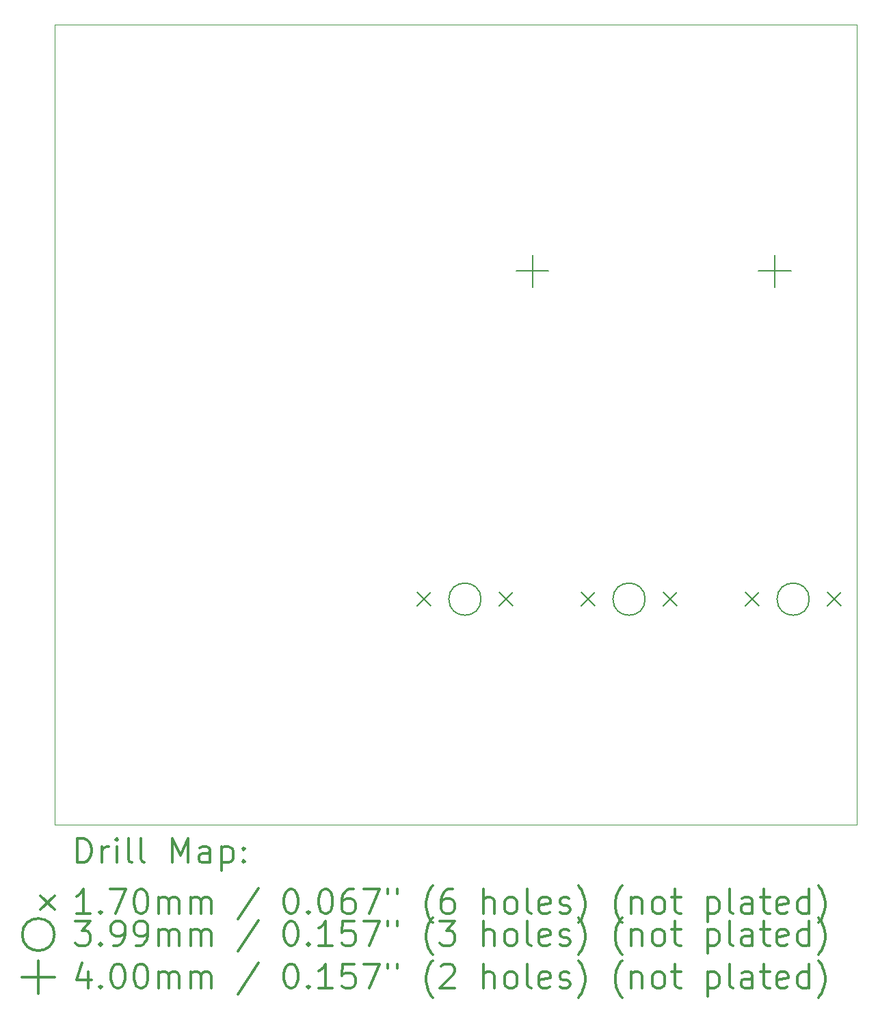
<source format=gbr>
%FSLAX45Y45*%
G04 Gerber Fmt 4.5, Leading zero omitted, Abs format (unit mm)*
G04 Created by KiCad (PCBNEW (5.1.0)-1) date 2019-08-13 11:23:55*
%MOMM*%
%LPD*%
G04 APERTURE LIST*
%ADD10C,0.050000*%
%ADD11C,0.200000*%
%ADD12C,0.300000*%
G04 APERTURE END LIST*
D10*
X9525000Y-5969000D02*
X19458000Y-5969000D01*
X9525000Y-15875000D02*
X9525000Y-5969000D01*
X19458000Y-15875000D02*
X19458000Y-5969000D01*
X9525000Y-15875000D02*
X19458000Y-15875000D01*
D11*
X18075910Y-12995910D02*
X18246090Y-13166090D01*
X18246090Y-12995910D02*
X18075910Y-13166090D01*
X19091910Y-12995910D02*
X19262090Y-13166090D01*
X19262090Y-12995910D02*
X19091910Y-13166090D01*
X14011910Y-12995910D02*
X14182090Y-13166090D01*
X14182090Y-12995910D02*
X14011910Y-13166090D01*
X15027910Y-12995910D02*
X15198090Y-13166090D01*
X15198090Y-12995910D02*
X15027910Y-13166090D01*
X16043910Y-12995910D02*
X16214090Y-13166090D01*
X16214090Y-12995910D02*
X16043910Y-13166090D01*
X17059910Y-12995910D02*
X17230090Y-13166090D01*
X17230090Y-12995910D02*
X17059910Y-13166090D01*
X18868390Y-13081000D02*
G75*
G03X18868390Y-13081000I-199390J0D01*
G01*
X14804390Y-13081000D02*
G75*
G03X14804390Y-13081000I-199390J0D01*
G01*
X16836390Y-13081000D02*
G75*
G03X16836390Y-13081000I-199390J0D01*
G01*
X15440400Y-8817000D02*
X15440400Y-9217000D01*
X15240400Y-9017000D02*
X15640400Y-9017000D01*
X18440400Y-8817000D02*
X18440400Y-9217000D01*
X18240400Y-9017000D02*
X18640400Y-9017000D01*
D12*
X9808928Y-16343214D02*
X9808928Y-16043214D01*
X9880357Y-16043214D01*
X9923214Y-16057500D01*
X9951786Y-16086071D01*
X9966071Y-16114643D01*
X9980357Y-16171786D01*
X9980357Y-16214643D01*
X9966071Y-16271786D01*
X9951786Y-16300357D01*
X9923214Y-16328929D01*
X9880357Y-16343214D01*
X9808928Y-16343214D01*
X10108928Y-16343214D02*
X10108928Y-16143214D01*
X10108928Y-16200357D02*
X10123214Y-16171786D01*
X10137500Y-16157500D01*
X10166071Y-16143214D01*
X10194643Y-16143214D01*
X10294643Y-16343214D02*
X10294643Y-16143214D01*
X10294643Y-16043214D02*
X10280357Y-16057500D01*
X10294643Y-16071786D01*
X10308928Y-16057500D01*
X10294643Y-16043214D01*
X10294643Y-16071786D01*
X10480357Y-16343214D02*
X10451786Y-16328929D01*
X10437500Y-16300357D01*
X10437500Y-16043214D01*
X10637500Y-16343214D02*
X10608928Y-16328929D01*
X10594643Y-16300357D01*
X10594643Y-16043214D01*
X10980357Y-16343214D02*
X10980357Y-16043214D01*
X11080357Y-16257500D01*
X11180357Y-16043214D01*
X11180357Y-16343214D01*
X11451786Y-16343214D02*
X11451786Y-16186071D01*
X11437500Y-16157500D01*
X11408928Y-16143214D01*
X11351786Y-16143214D01*
X11323214Y-16157500D01*
X11451786Y-16328929D02*
X11423214Y-16343214D01*
X11351786Y-16343214D01*
X11323214Y-16328929D01*
X11308928Y-16300357D01*
X11308928Y-16271786D01*
X11323214Y-16243214D01*
X11351786Y-16228929D01*
X11423214Y-16228929D01*
X11451786Y-16214643D01*
X11594643Y-16143214D02*
X11594643Y-16443214D01*
X11594643Y-16157500D02*
X11623214Y-16143214D01*
X11680357Y-16143214D01*
X11708928Y-16157500D01*
X11723214Y-16171786D01*
X11737500Y-16200357D01*
X11737500Y-16286071D01*
X11723214Y-16314643D01*
X11708928Y-16328929D01*
X11680357Y-16343214D01*
X11623214Y-16343214D01*
X11594643Y-16328929D01*
X11866071Y-16314643D02*
X11880357Y-16328929D01*
X11866071Y-16343214D01*
X11851786Y-16328929D01*
X11866071Y-16314643D01*
X11866071Y-16343214D01*
X11866071Y-16157500D02*
X11880357Y-16171786D01*
X11866071Y-16186071D01*
X11851786Y-16171786D01*
X11866071Y-16157500D01*
X11866071Y-16186071D01*
X9352320Y-16752410D02*
X9522500Y-16922590D01*
X9522500Y-16752410D02*
X9352320Y-16922590D01*
X9966071Y-16973214D02*
X9794643Y-16973214D01*
X9880357Y-16973214D02*
X9880357Y-16673214D01*
X9851786Y-16716071D01*
X9823214Y-16744643D01*
X9794643Y-16758929D01*
X10094643Y-16944643D02*
X10108928Y-16958929D01*
X10094643Y-16973214D01*
X10080357Y-16958929D01*
X10094643Y-16944643D01*
X10094643Y-16973214D01*
X10208928Y-16673214D02*
X10408928Y-16673214D01*
X10280357Y-16973214D01*
X10580357Y-16673214D02*
X10608928Y-16673214D01*
X10637500Y-16687500D01*
X10651786Y-16701786D01*
X10666071Y-16730357D01*
X10680357Y-16787500D01*
X10680357Y-16858929D01*
X10666071Y-16916072D01*
X10651786Y-16944643D01*
X10637500Y-16958929D01*
X10608928Y-16973214D01*
X10580357Y-16973214D01*
X10551786Y-16958929D01*
X10537500Y-16944643D01*
X10523214Y-16916072D01*
X10508928Y-16858929D01*
X10508928Y-16787500D01*
X10523214Y-16730357D01*
X10537500Y-16701786D01*
X10551786Y-16687500D01*
X10580357Y-16673214D01*
X10808928Y-16973214D02*
X10808928Y-16773214D01*
X10808928Y-16801786D02*
X10823214Y-16787500D01*
X10851786Y-16773214D01*
X10894643Y-16773214D01*
X10923214Y-16787500D01*
X10937500Y-16816072D01*
X10937500Y-16973214D01*
X10937500Y-16816072D02*
X10951786Y-16787500D01*
X10980357Y-16773214D01*
X11023214Y-16773214D01*
X11051786Y-16787500D01*
X11066071Y-16816072D01*
X11066071Y-16973214D01*
X11208928Y-16973214D02*
X11208928Y-16773214D01*
X11208928Y-16801786D02*
X11223214Y-16787500D01*
X11251786Y-16773214D01*
X11294643Y-16773214D01*
X11323214Y-16787500D01*
X11337500Y-16816072D01*
X11337500Y-16973214D01*
X11337500Y-16816072D02*
X11351786Y-16787500D01*
X11380357Y-16773214D01*
X11423214Y-16773214D01*
X11451786Y-16787500D01*
X11466071Y-16816072D01*
X11466071Y-16973214D01*
X12051786Y-16658929D02*
X11794643Y-17044643D01*
X12437500Y-16673214D02*
X12466071Y-16673214D01*
X12494643Y-16687500D01*
X12508928Y-16701786D01*
X12523214Y-16730357D01*
X12537500Y-16787500D01*
X12537500Y-16858929D01*
X12523214Y-16916072D01*
X12508928Y-16944643D01*
X12494643Y-16958929D01*
X12466071Y-16973214D01*
X12437500Y-16973214D01*
X12408928Y-16958929D01*
X12394643Y-16944643D01*
X12380357Y-16916072D01*
X12366071Y-16858929D01*
X12366071Y-16787500D01*
X12380357Y-16730357D01*
X12394643Y-16701786D01*
X12408928Y-16687500D01*
X12437500Y-16673214D01*
X12666071Y-16944643D02*
X12680357Y-16958929D01*
X12666071Y-16973214D01*
X12651786Y-16958929D01*
X12666071Y-16944643D01*
X12666071Y-16973214D01*
X12866071Y-16673214D02*
X12894643Y-16673214D01*
X12923214Y-16687500D01*
X12937500Y-16701786D01*
X12951786Y-16730357D01*
X12966071Y-16787500D01*
X12966071Y-16858929D01*
X12951786Y-16916072D01*
X12937500Y-16944643D01*
X12923214Y-16958929D01*
X12894643Y-16973214D01*
X12866071Y-16973214D01*
X12837500Y-16958929D01*
X12823214Y-16944643D01*
X12808928Y-16916072D01*
X12794643Y-16858929D01*
X12794643Y-16787500D01*
X12808928Y-16730357D01*
X12823214Y-16701786D01*
X12837500Y-16687500D01*
X12866071Y-16673214D01*
X13223214Y-16673214D02*
X13166071Y-16673214D01*
X13137500Y-16687500D01*
X13123214Y-16701786D01*
X13094643Y-16744643D01*
X13080357Y-16801786D01*
X13080357Y-16916072D01*
X13094643Y-16944643D01*
X13108928Y-16958929D01*
X13137500Y-16973214D01*
X13194643Y-16973214D01*
X13223214Y-16958929D01*
X13237500Y-16944643D01*
X13251786Y-16916072D01*
X13251786Y-16844643D01*
X13237500Y-16816072D01*
X13223214Y-16801786D01*
X13194643Y-16787500D01*
X13137500Y-16787500D01*
X13108928Y-16801786D01*
X13094643Y-16816072D01*
X13080357Y-16844643D01*
X13351786Y-16673214D02*
X13551786Y-16673214D01*
X13423214Y-16973214D01*
X13651786Y-16673214D02*
X13651786Y-16730357D01*
X13766071Y-16673214D02*
X13766071Y-16730357D01*
X14208928Y-17087500D02*
X14194643Y-17073214D01*
X14166071Y-17030357D01*
X14151786Y-17001786D01*
X14137500Y-16958929D01*
X14123214Y-16887500D01*
X14123214Y-16830357D01*
X14137500Y-16758929D01*
X14151786Y-16716071D01*
X14166071Y-16687500D01*
X14194643Y-16644643D01*
X14208928Y-16630357D01*
X14451786Y-16673214D02*
X14394643Y-16673214D01*
X14366071Y-16687500D01*
X14351786Y-16701786D01*
X14323214Y-16744643D01*
X14308928Y-16801786D01*
X14308928Y-16916072D01*
X14323214Y-16944643D01*
X14337500Y-16958929D01*
X14366071Y-16973214D01*
X14423214Y-16973214D01*
X14451786Y-16958929D01*
X14466071Y-16944643D01*
X14480357Y-16916072D01*
X14480357Y-16844643D01*
X14466071Y-16816072D01*
X14451786Y-16801786D01*
X14423214Y-16787500D01*
X14366071Y-16787500D01*
X14337500Y-16801786D01*
X14323214Y-16816072D01*
X14308928Y-16844643D01*
X14837500Y-16973214D02*
X14837500Y-16673214D01*
X14966071Y-16973214D02*
X14966071Y-16816072D01*
X14951786Y-16787500D01*
X14923214Y-16773214D01*
X14880357Y-16773214D01*
X14851786Y-16787500D01*
X14837500Y-16801786D01*
X15151786Y-16973214D02*
X15123214Y-16958929D01*
X15108928Y-16944643D01*
X15094643Y-16916072D01*
X15094643Y-16830357D01*
X15108928Y-16801786D01*
X15123214Y-16787500D01*
X15151786Y-16773214D01*
X15194643Y-16773214D01*
X15223214Y-16787500D01*
X15237500Y-16801786D01*
X15251786Y-16830357D01*
X15251786Y-16916072D01*
X15237500Y-16944643D01*
X15223214Y-16958929D01*
X15194643Y-16973214D01*
X15151786Y-16973214D01*
X15423214Y-16973214D02*
X15394643Y-16958929D01*
X15380357Y-16930357D01*
X15380357Y-16673214D01*
X15651786Y-16958929D02*
X15623214Y-16973214D01*
X15566071Y-16973214D01*
X15537500Y-16958929D01*
X15523214Y-16930357D01*
X15523214Y-16816072D01*
X15537500Y-16787500D01*
X15566071Y-16773214D01*
X15623214Y-16773214D01*
X15651786Y-16787500D01*
X15666071Y-16816072D01*
X15666071Y-16844643D01*
X15523214Y-16873214D01*
X15780357Y-16958929D02*
X15808928Y-16973214D01*
X15866071Y-16973214D01*
X15894643Y-16958929D01*
X15908928Y-16930357D01*
X15908928Y-16916072D01*
X15894643Y-16887500D01*
X15866071Y-16873214D01*
X15823214Y-16873214D01*
X15794643Y-16858929D01*
X15780357Y-16830357D01*
X15780357Y-16816072D01*
X15794643Y-16787500D01*
X15823214Y-16773214D01*
X15866071Y-16773214D01*
X15894643Y-16787500D01*
X16008928Y-17087500D02*
X16023214Y-17073214D01*
X16051786Y-17030357D01*
X16066071Y-17001786D01*
X16080357Y-16958929D01*
X16094643Y-16887500D01*
X16094643Y-16830357D01*
X16080357Y-16758929D01*
X16066071Y-16716071D01*
X16051786Y-16687500D01*
X16023214Y-16644643D01*
X16008928Y-16630357D01*
X16551786Y-17087500D02*
X16537500Y-17073214D01*
X16508928Y-17030357D01*
X16494643Y-17001786D01*
X16480357Y-16958929D01*
X16466071Y-16887500D01*
X16466071Y-16830357D01*
X16480357Y-16758929D01*
X16494643Y-16716071D01*
X16508928Y-16687500D01*
X16537500Y-16644643D01*
X16551786Y-16630357D01*
X16666071Y-16773214D02*
X16666071Y-16973214D01*
X16666071Y-16801786D02*
X16680357Y-16787500D01*
X16708928Y-16773214D01*
X16751786Y-16773214D01*
X16780357Y-16787500D01*
X16794643Y-16816072D01*
X16794643Y-16973214D01*
X16980357Y-16973214D02*
X16951786Y-16958929D01*
X16937500Y-16944643D01*
X16923214Y-16916072D01*
X16923214Y-16830357D01*
X16937500Y-16801786D01*
X16951786Y-16787500D01*
X16980357Y-16773214D01*
X17023214Y-16773214D01*
X17051786Y-16787500D01*
X17066071Y-16801786D01*
X17080357Y-16830357D01*
X17080357Y-16916072D01*
X17066071Y-16944643D01*
X17051786Y-16958929D01*
X17023214Y-16973214D01*
X16980357Y-16973214D01*
X17166071Y-16773214D02*
X17280357Y-16773214D01*
X17208928Y-16673214D02*
X17208928Y-16930357D01*
X17223214Y-16958929D01*
X17251786Y-16973214D01*
X17280357Y-16973214D01*
X17608928Y-16773214D02*
X17608928Y-17073214D01*
X17608928Y-16787500D02*
X17637500Y-16773214D01*
X17694643Y-16773214D01*
X17723214Y-16787500D01*
X17737500Y-16801786D01*
X17751786Y-16830357D01*
X17751786Y-16916072D01*
X17737500Y-16944643D01*
X17723214Y-16958929D01*
X17694643Y-16973214D01*
X17637500Y-16973214D01*
X17608928Y-16958929D01*
X17923214Y-16973214D02*
X17894643Y-16958929D01*
X17880357Y-16930357D01*
X17880357Y-16673214D01*
X18166071Y-16973214D02*
X18166071Y-16816072D01*
X18151786Y-16787500D01*
X18123214Y-16773214D01*
X18066071Y-16773214D01*
X18037500Y-16787500D01*
X18166071Y-16958929D02*
X18137500Y-16973214D01*
X18066071Y-16973214D01*
X18037500Y-16958929D01*
X18023214Y-16930357D01*
X18023214Y-16901786D01*
X18037500Y-16873214D01*
X18066071Y-16858929D01*
X18137500Y-16858929D01*
X18166071Y-16844643D01*
X18266071Y-16773214D02*
X18380357Y-16773214D01*
X18308928Y-16673214D02*
X18308928Y-16930357D01*
X18323214Y-16958929D01*
X18351786Y-16973214D01*
X18380357Y-16973214D01*
X18594643Y-16958929D02*
X18566071Y-16973214D01*
X18508928Y-16973214D01*
X18480357Y-16958929D01*
X18466071Y-16930357D01*
X18466071Y-16816072D01*
X18480357Y-16787500D01*
X18508928Y-16773214D01*
X18566071Y-16773214D01*
X18594643Y-16787500D01*
X18608928Y-16816072D01*
X18608928Y-16844643D01*
X18466071Y-16873214D01*
X18866071Y-16973214D02*
X18866071Y-16673214D01*
X18866071Y-16958929D02*
X18837500Y-16973214D01*
X18780357Y-16973214D01*
X18751786Y-16958929D01*
X18737500Y-16944643D01*
X18723214Y-16916072D01*
X18723214Y-16830357D01*
X18737500Y-16801786D01*
X18751786Y-16787500D01*
X18780357Y-16773214D01*
X18837500Y-16773214D01*
X18866071Y-16787500D01*
X18980357Y-17087500D02*
X18994643Y-17073214D01*
X19023214Y-17030357D01*
X19037500Y-17001786D01*
X19051786Y-16958929D01*
X19066071Y-16887500D01*
X19066071Y-16830357D01*
X19051786Y-16758929D01*
X19037500Y-16716071D01*
X19023214Y-16687500D01*
X18994643Y-16644643D01*
X18980357Y-16630357D01*
X9522500Y-17233500D02*
G75*
G03X9522500Y-17233500I-199390J0D01*
G01*
X9780357Y-17069214D02*
X9966071Y-17069214D01*
X9866071Y-17183500D01*
X9908928Y-17183500D01*
X9937500Y-17197786D01*
X9951786Y-17212072D01*
X9966071Y-17240643D01*
X9966071Y-17312072D01*
X9951786Y-17340643D01*
X9937500Y-17354929D01*
X9908928Y-17369214D01*
X9823214Y-17369214D01*
X9794643Y-17354929D01*
X9780357Y-17340643D01*
X10094643Y-17340643D02*
X10108928Y-17354929D01*
X10094643Y-17369214D01*
X10080357Y-17354929D01*
X10094643Y-17340643D01*
X10094643Y-17369214D01*
X10251786Y-17369214D02*
X10308928Y-17369214D01*
X10337500Y-17354929D01*
X10351786Y-17340643D01*
X10380357Y-17297786D01*
X10394643Y-17240643D01*
X10394643Y-17126357D01*
X10380357Y-17097786D01*
X10366071Y-17083500D01*
X10337500Y-17069214D01*
X10280357Y-17069214D01*
X10251786Y-17083500D01*
X10237500Y-17097786D01*
X10223214Y-17126357D01*
X10223214Y-17197786D01*
X10237500Y-17226357D01*
X10251786Y-17240643D01*
X10280357Y-17254929D01*
X10337500Y-17254929D01*
X10366071Y-17240643D01*
X10380357Y-17226357D01*
X10394643Y-17197786D01*
X10537500Y-17369214D02*
X10594643Y-17369214D01*
X10623214Y-17354929D01*
X10637500Y-17340643D01*
X10666071Y-17297786D01*
X10680357Y-17240643D01*
X10680357Y-17126357D01*
X10666071Y-17097786D01*
X10651786Y-17083500D01*
X10623214Y-17069214D01*
X10566071Y-17069214D01*
X10537500Y-17083500D01*
X10523214Y-17097786D01*
X10508928Y-17126357D01*
X10508928Y-17197786D01*
X10523214Y-17226357D01*
X10537500Y-17240643D01*
X10566071Y-17254929D01*
X10623214Y-17254929D01*
X10651786Y-17240643D01*
X10666071Y-17226357D01*
X10680357Y-17197786D01*
X10808928Y-17369214D02*
X10808928Y-17169214D01*
X10808928Y-17197786D02*
X10823214Y-17183500D01*
X10851786Y-17169214D01*
X10894643Y-17169214D01*
X10923214Y-17183500D01*
X10937500Y-17212072D01*
X10937500Y-17369214D01*
X10937500Y-17212072D02*
X10951786Y-17183500D01*
X10980357Y-17169214D01*
X11023214Y-17169214D01*
X11051786Y-17183500D01*
X11066071Y-17212072D01*
X11066071Y-17369214D01*
X11208928Y-17369214D02*
X11208928Y-17169214D01*
X11208928Y-17197786D02*
X11223214Y-17183500D01*
X11251786Y-17169214D01*
X11294643Y-17169214D01*
X11323214Y-17183500D01*
X11337500Y-17212072D01*
X11337500Y-17369214D01*
X11337500Y-17212072D02*
X11351786Y-17183500D01*
X11380357Y-17169214D01*
X11423214Y-17169214D01*
X11451786Y-17183500D01*
X11466071Y-17212072D01*
X11466071Y-17369214D01*
X12051786Y-17054929D02*
X11794643Y-17440643D01*
X12437500Y-17069214D02*
X12466071Y-17069214D01*
X12494643Y-17083500D01*
X12508928Y-17097786D01*
X12523214Y-17126357D01*
X12537500Y-17183500D01*
X12537500Y-17254929D01*
X12523214Y-17312072D01*
X12508928Y-17340643D01*
X12494643Y-17354929D01*
X12466071Y-17369214D01*
X12437500Y-17369214D01*
X12408928Y-17354929D01*
X12394643Y-17340643D01*
X12380357Y-17312072D01*
X12366071Y-17254929D01*
X12366071Y-17183500D01*
X12380357Y-17126357D01*
X12394643Y-17097786D01*
X12408928Y-17083500D01*
X12437500Y-17069214D01*
X12666071Y-17340643D02*
X12680357Y-17354929D01*
X12666071Y-17369214D01*
X12651786Y-17354929D01*
X12666071Y-17340643D01*
X12666071Y-17369214D01*
X12966071Y-17369214D02*
X12794643Y-17369214D01*
X12880357Y-17369214D02*
X12880357Y-17069214D01*
X12851786Y-17112072D01*
X12823214Y-17140643D01*
X12794643Y-17154929D01*
X13237500Y-17069214D02*
X13094643Y-17069214D01*
X13080357Y-17212072D01*
X13094643Y-17197786D01*
X13123214Y-17183500D01*
X13194643Y-17183500D01*
X13223214Y-17197786D01*
X13237500Y-17212072D01*
X13251786Y-17240643D01*
X13251786Y-17312072D01*
X13237500Y-17340643D01*
X13223214Y-17354929D01*
X13194643Y-17369214D01*
X13123214Y-17369214D01*
X13094643Y-17354929D01*
X13080357Y-17340643D01*
X13351786Y-17069214D02*
X13551786Y-17069214D01*
X13423214Y-17369214D01*
X13651786Y-17069214D02*
X13651786Y-17126357D01*
X13766071Y-17069214D02*
X13766071Y-17126357D01*
X14208928Y-17483500D02*
X14194643Y-17469214D01*
X14166071Y-17426357D01*
X14151786Y-17397786D01*
X14137500Y-17354929D01*
X14123214Y-17283500D01*
X14123214Y-17226357D01*
X14137500Y-17154929D01*
X14151786Y-17112072D01*
X14166071Y-17083500D01*
X14194643Y-17040643D01*
X14208928Y-17026357D01*
X14294643Y-17069214D02*
X14480357Y-17069214D01*
X14380357Y-17183500D01*
X14423214Y-17183500D01*
X14451786Y-17197786D01*
X14466071Y-17212072D01*
X14480357Y-17240643D01*
X14480357Y-17312072D01*
X14466071Y-17340643D01*
X14451786Y-17354929D01*
X14423214Y-17369214D01*
X14337500Y-17369214D01*
X14308928Y-17354929D01*
X14294643Y-17340643D01*
X14837500Y-17369214D02*
X14837500Y-17069214D01*
X14966071Y-17369214D02*
X14966071Y-17212072D01*
X14951786Y-17183500D01*
X14923214Y-17169214D01*
X14880357Y-17169214D01*
X14851786Y-17183500D01*
X14837500Y-17197786D01*
X15151786Y-17369214D02*
X15123214Y-17354929D01*
X15108928Y-17340643D01*
X15094643Y-17312072D01*
X15094643Y-17226357D01*
X15108928Y-17197786D01*
X15123214Y-17183500D01*
X15151786Y-17169214D01*
X15194643Y-17169214D01*
X15223214Y-17183500D01*
X15237500Y-17197786D01*
X15251786Y-17226357D01*
X15251786Y-17312072D01*
X15237500Y-17340643D01*
X15223214Y-17354929D01*
X15194643Y-17369214D01*
X15151786Y-17369214D01*
X15423214Y-17369214D02*
X15394643Y-17354929D01*
X15380357Y-17326357D01*
X15380357Y-17069214D01*
X15651786Y-17354929D02*
X15623214Y-17369214D01*
X15566071Y-17369214D01*
X15537500Y-17354929D01*
X15523214Y-17326357D01*
X15523214Y-17212072D01*
X15537500Y-17183500D01*
X15566071Y-17169214D01*
X15623214Y-17169214D01*
X15651786Y-17183500D01*
X15666071Y-17212072D01*
X15666071Y-17240643D01*
X15523214Y-17269214D01*
X15780357Y-17354929D02*
X15808928Y-17369214D01*
X15866071Y-17369214D01*
X15894643Y-17354929D01*
X15908928Y-17326357D01*
X15908928Y-17312072D01*
X15894643Y-17283500D01*
X15866071Y-17269214D01*
X15823214Y-17269214D01*
X15794643Y-17254929D01*
X15780357Y-17226357D01*
X15780357Y-17212072D01*
X15794643Y-17183500D01*
X15823214Y-17169214D01*
X15866071Y-17169214D01*
X15894643Y-17183500D01*
X16008928Y-17483500D02*
X16023214Y-17469214D01*
X16051786Y-17426357D01*
X16066071Y-17397786D01*
X16080357Y-17354929D01*
X16094643Y-17283500D01*
X16094643Y-17226357D01*
X16080357Y-17154929D01*
X16066071Y-17112072D01*
X16051786Y-17083500D01*
X16023214Y-17040643D01*
X16008928Y-17026357D01*
X16551786Y-17483500D02*
X16537500Y-17469214D01*
X16508928Y-17426357D01*
X16494643Y-17397786D01*
X16480357Y-17354929D01*
X16466071Y-17283500D01*
X16466071Y-17226357D01*
X16480357Y-17154929D01*
X16494643Y-17112072D01*
X16508928Y-17083500D01*
X16537500Y-17040643D01*
X16551786Y-17026357D01*
X16666071Y-17169214D02*
X16666071Y-17369214D01*
X16666071Y-17197786D02*
X16680357Y-17183500D01*
X16708928Y-17169214D01*
X16751786Y-17169214D01*
X16780357Y-17183500D01*
X16794643Y-17212072D01*
X16794643Y-17369214D01*
X16980357Y-17369214D02*
X16951786Y-17354929D01*
X16937500Y-17340643D01*
X16923214Y-17312072D01*
X16923214Y-17226357D01*
X16937500Y-17197786D01*
X16951786Y-17183500D01*
X16980357Y-17169214D01*
X17023214Y-17169214D01*
X17051786Y-17183500D01*
X17066071Y-17197786D01*
X17080357Y-17226357D01*
X17080357Y-17312072D01*
X17066071Y-17340643D01*
X17051786Y-17354929D01*
X17023214Y-17369214D01*
X16980357Y-17369214D01*
X17166071Y-17169214D02*
X17280357Y-17169214D01*
X17208928Y-17069214D02*
X17208928Y-17326357D01*
X17223214Y-17354929D01*
X17251786Y-17369214D01*
X17280357Y-17369214D01*
X17608928Y-17169214D02*
X17608928Y-17469214D01*
X17608928Y-17183500D02*
X17637500Y-17169214D01*
X17694643Y-17169214D01*
X17723214Y-17183500D01*
X17737500Y-17197786D01*
X17751786Y-17226357D01*
X17751786Y-17312072D01*
X17737500Y-17340643D01*
X17723214Y-17354929D01*
X17694643Y-17369214D01*
X17637500Y-17369214D01*
X17608928Y-17354929D01*
X17923214Y-17369214D02*
X17894643Y-17354929D01*
X17880357Y-17326357D01*
X17880357Y-17069214D01*
X18166071Y-17369214D02*
X18166071Y-17212072D01*
X18151786Y-17183500D01*
X18123214Y-17169214D01*
X18066071Y-17169214D01*
X18037500Y-17183500D01*
X18166071Y-17354929D02*
X18137500Y-17369214D01*
X18066071Y-17369214D01*
X18037500Y-17354929D01*
X18023214Y-17326357D01*
X18023214Y-17297786D01*
X18037500Y-17269214D01*
X18066071Y-17254929D01*
X18137500Y-17254929D01*
X18166071Y-17240643D01*
X18266071Y-17169214D02*
X18380357Y-17169214D01*
X18308928Y-17069214D02*
X18308928Y-17326357D01*
X18323214Y-17354929D01*
X18351786Y-17369214D01*
X18380357Y-17369214D01*
X18594643Y-17354929D02*
X18566071Y-17369214D01*
X18508928Y-17369214D01*
X18480357Y-17354929D01*
X18466071Y-17326357D01*
X18466071Y-17212072D01*
X18480357Y-17183500D01*
X18508928Y-17169214D01*
X18566071Y-17169214D01*
X18594643Y-17183500D01*
X18608928Y-17212072D01*
X18608928Y-17240643D01*
X18466071Y-17269214D01*
X18866071Y-17369214D02*
X18866071Y-17069214D01*
X18866071Y-17354929D02*
X18837500Y-17369214D01*
X18780357Y-17369214D01*
X18751786Y-17354929D01*
X18737500Y-17340643D01*
X18723214Y-17312072D01*
X18723214Y-17226357D01*
X18737500Y-17197786D01*
X18751786Y-17183500D01*
X18780357Y-17169214D01*
X18837500Y-17169214D01*
X18866071Y-17183500D01*
X18980357Y-17483500D02*
X18994643Y-17469214D01*
X19023214Y-17426357D01*
X19037500Y-17397786D01*
X19051786Y-17354929D01*
X19066071Y-17283500D01*
X19066071Y-17226357D01*
X19051786Y-17154929D01*
X19037500Y-17112072D01*
X19023214Y-17083500D01*
X18994643Y-17040643D01*
X18980357Y-17026357D01*
X9322500Y-17562280D02*
X9322500Y-17962280D01*
X9122500Y-17762280D02*
X9522500Y-17762280D01*
X9937500Y-17697994D02*
X9937500Y-17897994D01*
X9866071Y-17583709D02*
X9794643Y-17797994D01*
X9980357Y-17797994D01*
X10094643Y-17869423D02*
X10108928Y-17883709D01*
X10094643Y-17897994D01*
X10080357Y-17883709D01*
X10094643Y-17869423D01*
X10094643Y-17897994D01*
X10294643Y-17597994D02*
X10323214Y-17597994D01*
X10351786Y-17612280D01*
X10366071Y-17626566D01*
X10380357Y-17655137D01*
X10394643Y-17712280D01*
X10394643Y-17783709D01*
X10380357Y-17840852D01*
X10366071Y-17869423D01*
X10351786Y-17883709D01*
X10323214Y-17897994D01*
X10294643Y-17897994D01*
X10266071Y-17883709D01*
X10251786Y-17869423D01*
X10237500Y-17840852D01*
X10223214Y-17783709D01*
X10223214Y-17712280D01*
X10237500Y-17655137D01*
X10251786Y-17626566D01*
X10266071Y-17612280D01*
X10294643Y-17597994D01*
X10580357Y-17597994D02*
X10608928Y-17597994D01*
X10637500Y-17612280D01*
X10651786Y-17626566D01*
X10666071Y-17655137D01*
X10680357Y-17712280D01*
X10680357Y-17783709D01*
X10666071Y-17840852D01*
X10651786Y-17869423D01*
X10637500Y-17883709D01*
X10608928Y-17897994D01*
X10580357Y-17897994D01*
X10551786Y-17883709D01*
X10537500Y-17869423D01*
X10523214Y-17840852D01*
X10508928Y-17783709D01*
X10508928Y-17712280D01*
X10523214Y-17655137D01*
X10537500Y-17626566D01*
X10551786Y-17612280D01*
X10580357Y-17597994D01*
X10808928Y-17897994D02*
X10808928Y-17697994D01*
X10808928Y-17726566D02*
X10823214Y-17712280D01*
X10851786Y-17697994D01*
X10894643Y-17697994D01*
X10923214Y-17712280D01*
X10937500Y-17740852D01*
X10937500Y-17897994D01*
X10937500Y-17740852D02*
X10951786Y-17712280D01*
X10980357Y-17697994D01*
X11023214Y-17697994D01*
X11051786Y-17712280D01*
X11066071Y-17740852D01*
X11066071Y-17897994D01*
X11208928Y-17897994D02*
X11208928Y-17697994D01*
X11208928Y-17726566D02*
X11223214Y-17712280D01*
X11251786Y-17697994D01*
X11294643Y-17697994D01*
X11323214Y-17712280D01*
X11337500Y-17740852D01*
X11337500Y-17897994D01*
X11337500Y-17740852D02*
X11351786Y-17712280D01*
X11380357Y-17697994D01*
X11423214Y-17697994D01*
X11451786Y-17712280D01*
X11466071Y-17740852D01*
X11466071Y-17897994D01*
X12051786Y-17583709D02*
X11794643Y-17969423D01*
X12437500Y-17597994D02*
X12466071Y-17597994D01*
X12494643Y-17612280D01*
X12508928Y-17626566D01*
X12523214Y-17655137D01*
X12537500Y-17712280D01*
X12537500Y-17783709D01*
X12523214Y-17840852D01*
X12508928Y-17869423D01*
X12494643Y-17883709D01*
X12466071Y-17897994D01*
X12437500Y-17897994D01*
X12408928Y-17883709D01*
X12394643Y-17869423D01*
X12380357Y-17840852D01*
X12366071Y-17783709D01*
X12366071Y-17712280D01*
X12380357Y-17655137D01*
X12394643Y-17626566D01*
X12408928Y-17612280D01*
X12437500Y-17597994D01*
X12666071Y-17869423D02*
X12680357Y-17883709D01*
X12666071Y-17897994D01*
X12651786Y-17883709D01*
X12666071Y-17869423D01*
X12666071Y-17897994D01*
X12966071Y-17897994D02*
X12794643Y-17897994D01*
X12880357Y-17897994D02*
X12880357Y-17597994D01*
X12851786Y-17640852D01*
X12823214Y-17669423D01*
X12794643Y-17683709D01*
X13237500Y-17597994D02*
X13094643Y-17597994D01*
X13080357Y-17740852D01*
X13094643Y-17726566D01*
X13123214Y-17712280D01*
X13194643Y-17712280D01*
X13223214Y-17726566D01*
X13237500Y-17740852D01*
X13251786Y-17769423D01*
X13251786Y-17840852D01*
X13237500Y-17869423D01*
X13223214Y-17883709D01*
X13194643Y-17897994D01*
X13123214Y-17897994D01*
X13094643Y-17883709D01*
X13080357Y-17869423D01*
X13351786Y-17597994D02*
X13551786Y-17597994D01*
X13423214Y-17897994D01*
X13651786Y-17597994D02*
X13651786Y-17655137D01*
X13766071Y-17597994D02*
X13766071Y-17655137D01*
X14208928Y-18012280D02*
X14194643Y-17997994D01*
X14166071Y-17955137D01*
X14151786Y-17926566D01*
X14137500Y-17883709D01*
X14123214Y-17812280D01*
X14123214Y-17755137D01*
X14137500Y-17683709D01*
X14151786Y-17640852D01*
X14166071Y-17612280D01*
X14194643Y-17569423D01*
X14208928Y-17555137D01*
X14308928Y-17626566D02*
X14323214Y-17612280D01*
X14351786Y-17597994D01*
X14423214Y-17597994D01*
X14451786Y-17612280D01*
X14466071Y-17626566D01*
X14480357Y-17655137D01*
X14480357Y-17683709D01*
X14466071Y-17726566D01*
X14294643Y-17897994D01*
X14480357Y-17897994D01*
X14837500Y-17897994D02*
X14837500Y-17597994D01*
X14966071Y-17897994D02*
X14966071Y-17740852D01*
X14951786Y-17712280D01*
X14923214Y-17697994D01*
X14880357Y-17697994D01*
X14851786Y-17712280D01*
X14837500Y-17726566D01*
X15151786Y-17897994D02*
X15123214Y-17883709D01*
X15108928Y-17869423D01*
X15094643Y-17840852D01*
X15094643Y-17755137D01*
X15108928Y-17726566D01*
X15123214Y-17712280D01*
X15151786Y-17697994D01*
X15194643Y-17697994D01*
X15223214Y-17712280D01*
X15237500Y-17726566D01*
X15251786Y-17755137D01*
X15251786Y-17840852D01*
X15237500Y-17869423D01*
X15223214Y-17883709D01*
X15194643Y-17897994D01*
X15151786Y-17897994D01*
X15423214Y-17897994D02*
X15394643Y-17883709D01*
X15380357Y-17855137D01*
X15380357Y-17597994D01*
X15651786Y-17883709D02*
X15623214Y-17897994D01*
X15566071Y-17897994D01*
X15537500Y-17883709D01*
X15523214Y-17855137D01*
X15523214Y-17740852D01*
X15537500Y-17712280D01*
X15566071Y-17697994D01*
X15623214Y-17697994D01*
X15651786Y-17712280D01*
X15666071Y-17740852D01*
X15666071Y-17769423D01*
X15523214Y-17797994D01*
X15780357Y-17883709D02*
X15808928Y-17897994D01*
X15866071Y-17897994D01*
X15894643Y-17883709D01*
X15908928Y-17855137D01*
X15908928Y-17840852D01*
X15894643Y-17812280D01*
X15866071Y-17797994D01*
X15823214Y-17797994D01*
X15794643Y-17783709D01*
X15780357Y-17755137D01*
X15780357Y-17740852D01*
X15794643Y-17712280D01*
X15823214Y-17697994D01*
X15866071Y-17697994D01*
X15894643Y-17712280D01*
X16008928Y-18012280D02*
X16023214Y-17997994D01*
X16051786Y-17955137D01*
X16066071Y-17926566D01*
X16080357Y-17883709D01*
X16094643Y-17812280D01*
X16094643Y-17755137D01*
X16080357Y-17683709D01*
X16066071Y-17640852D01*
X16051786Y-17612280D01*
X16023214Y-17569423D01*
X16008928Y-17555137D01*
X16551786Y-18012280D02*
X16537500Y-17997994D01*
X16508928Y-17955137D01*
X16494643Y-17926566D01*
X16480357Y-17883709D01*
X16466071Y-17812280D01*
X16466071Y-17755137D01*
X16480357Y-17683709D01*
X16494643Y-17640852D01*
X16508928Y-17612280D01*
X16537500Y-17569423D01*
X16551786Y-17555137D01*
X16666071Y-17697994D02*
X16666071Y-17897994D01*
X16666071Y-17726566D02*
X16680357Y-17712280D01*
X16708928Y-17697994D01*
X16751786Y-17697994D01*
X16780357Y-17712280D01*
X16794643Y-17740852D01*
X16794643Y-17897994D01*
X16980357Y-17897994D02*
X16951786Y-17883709D01*
X16937500Y-17869423D01*
X16923214Y-17840852D01*
X16923214Y-17755137D01*
X16937500Y-17726566D01*
X16951786Y-17712280D01*
X16980357Y-17697994D01*
X17023214Y-17697994D01*
X17051786Y-17712280D01*
X17066071Y-17726566D01*
X17080357Y-17755137D01*
X17080357Y-17840852D01*
X17066071Y-17869423D01*
X17051786Y-17883709D01*
X17023214Y-17897994D01*
X16980357Y-17897994D01*
X17166071Y-17697994D02*
X17280357Y-17697994D01*
X17208928Y-17597994D02*
X17208928Y-17855137D01*
X17223214Y-17883709D01*
X17251786Y-17897994D01*
X17280357Y-17897994D01*
X17608928Y-17697994D02*
X17608928Y-17997994D01*
X17608928Y-17712280D02*
X17637500Y-17697994D01*
X17694643Y-17697994D01*
X17723214Y-17712280D01*
X17737500Y-17726566D01*
X17751786Y-17755137D01*
X17751786Y-17840852D01*
X17737500Y-17869423D01*
X17723214Y-17883709D01*
X17694643Y-17897994D01*
X17637500Y-17897994D01*
X17608928Y-17883709D01*
X17923214Y-17897994D02*
X17894643Y-17883709D01*
X17880357Y-17855137D01*
X17880357Y-17597994D01*
X18166071Y-17897994D02*
X18166071Y-17740852D01*
X18151786Y-17712280D01*
X18123214Y-17697994D01*
X18066071Y-17697994D01*
X18037500Y-17712280D01*
X18166071Y-17883709D02*
X18137500Y-17897994D01*
X18066071Y-17897994D01*
X18037500Y-17883709D01*
X18023214Y-17855137D01*
X18023214Y-17826566D01*
X18037500Y-17797994D01*
X18066071Y-17783709D01*
X18137500Y-17783709D01*
X18166071Y-17769423D01*
X18266071Y-17697994D02*
X18380357Y-17697994D01*
X18308928Y-17597994D02*
X18308928Y-17855137D01*
X18323214Y-17883709D01*
X18351786Y-17897994D01*
X18380357Y-17897994D01*
X18594643Y-17883709D02*
X18566071Y-17897994D01*
X18508928Y-17897994D01*
X18480357Y-17883709D01*
X18466071Y-17855137D01*
X18466071Y-17740852D01*
X18480357Y-17712280D01*
X18508928Y-17697994D01*
X18566071Y-17697994D01*
X18594643Y-17712280D01*
X18608928Y-17740852D01*
X18608928Y-17769423D01*
X18466071Y-17797994D01*
X18866071Y-17897994D02*
X18866071Y-17597994D01*
X18866071Y-17883709D02*
X18837500Y-17897994D01*
X18780357Y-17897994D01*
X18751786Y-17883709D01*
X18737500Y-17869423D01*
X18723214Y-17840852D01*
X18723214Y-17755137D01*
X18737500Y-17726566D01*
X18751786Y-17712280D01*
X18780357Y-17697994D01*
X18837500Y-17697994D01*
X18866071Y-17712280D01*
X18980357Y-18012280D02*
X18994643Y-17997994D01*
X19023214Y-17955137D01*
X19037500Y-17926566D01*
X19051786Y-17883709D01*
X19066071Y-17812280D01*
X19066071Y-17755137D01*
X19051786Y-17683709D01*
X19037500Y-17640852D01*
X19023214Y-17612280D01*
X18994643Y-17569423D01*
X18980357Y-17555137D01*
M02*

</source>
